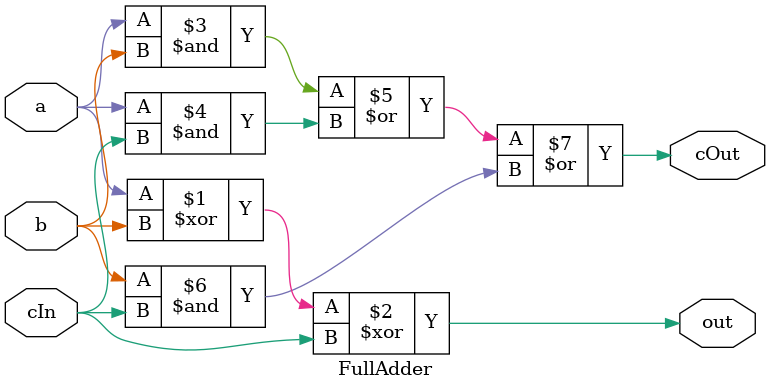
<source format=v>
`timescale 1ns/ 1ns
module FullAdder(a,b,cIn,out,cOut);
  
  output wire out,cOut;
  input a,b,cIn;

  assign out = a^b^cIn;
  assign cOut = a&b|a&cIn|b&cIn;
  
endmodule
</source>
